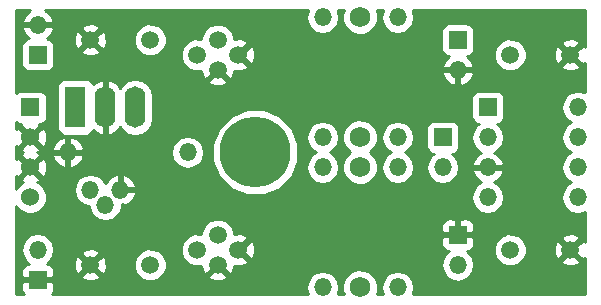
<source format=gbl>
G04 (created by PCBNEW (2013-07-07 BZR 4022)-stable) date 8/2/2014 11:42:44 PM*
%MOIN*%
G04 Gerber Fmt 3.4, Leading zero omitted, Abs format*
%FSLAX34Y34*%
G01*
G70*
G90*
G04 APERTURE LIST*
%ADD10C,0.00590551*%
%ADD11O,0.059X0.059*%
%ADD12R,0.069X0.138*%
%ADD13O,0.069X0.138*%
%ADD14R,0.06X0.06*%
%ADD15C,0.06*%
%ADD16C,0.059*%
%ADD17C,0.069*%
%ADD18R,0.059X0.059*%
%ADD19C,0.23622*%
%ADD20C,0.01*%
G04 APERTURE END LIST*
G54D10*
G54D11*
X68500Y-59750D03*
X68000Y-60250D03*
X67500Y-59750D03*
G54D12*
X67000Y-57000D03*
G54D13*
X68000Y-57000D03*
X69000Y-57000D03*
G54D11*
X70750Y-58500D03*
X66750Y-58500D03*
X77750Y-58000D03*
X77750Y-54000D03*
X75250Y-58000D03*
X75250Y-54000D03*
X77750Y-63000D03*
X77750Y-59000D03*
X75250Y-63000D03*
X75250Y-59000D03*
G54D14*
X65500Y-57000D03*
G54D15*
X65500Y-58000D03*
X65500Y-59000D03*
X65500Y-60000D03*
G54D16*
X71750Y-61257D03*
X72438Y-61750D03*
X71061Y-61750D03*
X71750Y-62242D03*
X71750Y-55742D03*
X71061Y-55250D03*
X72438Y-55250D03*
X71750Y-54757D03*
G54D17*
X76500Y-59000D03*
X76500Y-63000D03*
X76500Y-54000D03*
X76500Y-58000D03*
G54D18*
X65750Y-62750D03*
G54D11*
X65750Y-61750D03*
G54D18*
X79750Y-61250D03*
G54D11*
X79750Y-62250D03*
G54D18*
X79750Y-54750D03*
G54D11*
X79750Y-55750D03*
G54D18*
X79250Y-58000D03*
G54D11*
X79250Y-59000D03*
G54D18*
X65750Y-55250D03*
G54D11*
X65750Y-54250D03*
G54D18*
X80750Y-57000D03*
G54D11*
X80750Y-58000D03*
X80750Y-59000D03*
X80750Y-60000D03*
X83750Y-60000D03*
X83750Y-59000D03*
X83750Y-57000D03*
X83750Y-58000D03*
G54D16*
X67500Y-62250D03*
X69500Y-62250D03*
X83500Y-61750D03*
X81500Y-61750D03*
X69500Y-54750D03*
X67500Y-54750D03*
X81500Y-55250D03*
X83500Y-55250D03*
G54D19*
X73000Y-58500D03*
G54D10*
G36*
X83980Y-63230D02*
X83811Y-63230D01*
X83811Y-62132D01*
X83500Y-61820D01*
X83429Y-61891D01*
X83429Y-61750D01*
X83117Y-61438D01*
X83022Y-61465D01*
X82950Y-61669D01*
X82961Y-61885D01*
X83022Y-62034D01*
X83117Y-62061D01*
X83429Y-61750D01*
X83429Y-61891D01*
X83188Y-62132D01*
X83215Y-62227D01*
X83419Y-62299D01*
X83635Y-62288D01*
X83784Y-62227D01*
X83811Y-62132D01*
X83811Y-63230D01*
X82045Y-63230D01*
X82045Y-61642D01*
X82045Y-55142D01*
X81962Y-54941D01*
X81809Y-54788D01*
X81608Y-54705D01*
X81392Y-54704D01*
X81191Y-54787D01*
X81038Y-54940D01*
X80955Y-55141D01*
X80954Y-55357D01*
X81037Y-55558D01*
X81190Y-55711D01*
X81391Y-55794D01*
X81607Y-55795D01*
X81808Y-55712D01*
X81961Y-55559D01*
X82044Y-55358D01*
X82045Y-55142D01*
X82045Y-61642D01*
X81962Y-61441D01*
X81809Y-61288D01*
X81608Y-61205D01*
X81392Y-61204D01*
X81295Y-61244D01*
X81295Y-57245D01*
X81295Y-56655D01*
X81257Y-56563D01*
X81186Y-56493D01*
X81094Y-56455D01*
X80995Y-56454D01*
X80405Y-56454D01*
X80313Y-56492D01*
X80295Y-56511D01*
X80295Y-54995D01*
X80295Y-54405D01*
X80257Y-54313D01*
X80186Y-54243D01*
X80094Y-54205D01*
X79995Y-54204D01*
X79405Y-54204D01*
X79313Y-54242D01*
X79243Y-54313D01*
X79205Y-54405D01*
X79204Y-54504D01*
X79204Y-55094D01*
X79242Y-55186D01*
X79313Y-55256D01*
X79405Y-55294D01*
X79456Y-55295D01*
X79313Y-55423D01*
X79221Y-55615D01*
X79269Y-55700D01*
X79700Y-55700D01*
X79700Y-55692D01*
X79800Y-55692D01*
X79800Y-55700D01*
X80230Y-55700D01*
X80278Y-55615D01*
X80186Y-55423D01*
X80043Y-55295D01*
X80094Y-55295D01*
X80186Y-55257D01*
X80256Y-55186D01*
X80294Y-55094D01*
X80295Y-54995D01*
X80295Y-56511D01*
X80278Y-56528D01*
X80278Y-55884D01*
X80230Y-55800D01*
X79800Y-55800D01*
X79800Y-56229D01*
X79884Y-56278D01*
X80028Y-56218D01*
X80186Y-56076D01*
X80278Y-55884D01*
X80278Y-56528D01*
X80243Y-56563D01*
X80205Y-56655D01*
X80204Y-56754D01*
X80204Y-57344D01*
X80242Y-57436D01*
X80313Y-57506D01*
X80405Y-57544D01*
X80452Y-57544D01*
X80364Y-57603D01*
X80246Y-57780D01*
X80205Y-57989D01*
X80205Y-58010D01*
X80246Y-58219D01*
X80364Y-58396D01*
X80530Y-58507D01*
X80471Y-58531D01*
X80313Y-58673D01*
X80221Y-58865D01*
X80269Y-58950D01*
X80700Y-58950D01*
X80700Y-58942D01*
X80800Y-58942D01*
X80800Y-58950D01*
X81230Y-58950D01*
X81278Y-58865D01*
X81186Y-58673D01*
X81028Y-58531D01*
X80969Y-58507D01*
X81135Y-58396D01*
X81253Y-58219D01*
X81295Y-58010D01*
X81295Y-57989D01*
X81253Y-57780D01*
X81135Y-57603D01*
X81047Y-57545D01*
X81094Y-57545D01*
X81186Y-57507D01*
X81256Y-57436D01*
X81294Y-57344D01*
X81295Y-57245D01*
X81295Y-61244D01*
X81295Y-61245D01*
X81295Y-60010D01*
X81295Y-59989D01*
X81253Y-59780D01*
X81135Y-59603D01*
X80969Y-59492D01*
X81028Y-59468D01*
X81186Y-59326D01*
X81278Y-59134D01*
X81230Y-59050D01*
X80800Y-59050D01*
X80800Y-59057D01*
X80700Y-59057D01*
X80700Y-59050D01*
X80269Y-59050D01*
X80221Y-59134D01*
X80313Y-59326D01*
X80471Y-59468D01*
X80530Y-59492D01*
X80364Y-59603D01*
X80246Y-59780D01*
X80205Y-59989D01*
X80205Y-60010D01*
X80246Y-60219D01*
X80364Y-60396D01*
X80541Y-60514D01*
X80750Y-60555D01*
X80958Y-60514D01*
X81135Y-60396D01*
X81253Y-60219D01*
X81295Y-60010D01*
X81295Y-61245D01*
X81191Y-61287D01*
X81038Y-61440D01*
X80955Y-61641D01*
X80954Y-61857D01*
X81037Y-62058D01*
X81190Y-62211D01*
X81391Y-62294D01*
X81607Y-62295D01*
X81808Y-62212D01*
X81961Y-62059D01*
X82044Y-61858D01*
X82045Y-61642D01*
X82045Y-63230D01*
X80295Y-63230D01*
X80295Y-61594D01*
X80295Y-60905D01*
X80257Y-60813D01*
X80186Y-60743D01*
X80094Y-60705D01*
X79995Y-60704D01*
X79862Y-60705D01*
X79800Y-60767D01*
X79800Y-61200D01*
X80232Y-61200D01*
X80295Y-61137D01*
X80295Y-60905D01*
X80295Y-61594D01*
X80295Y-61362D01*
X80232Y-61300D01*
X79800Y-61300D01*
X79800Y-61307D01*
X79795Y-61307D01*
X79795Y-58245D01*
X79795Y-57655D01*
X79757Y-57563D01*
X79700Y-57506D01*
X79700Y-56229D01*
X79700Y-55800D01*
X79269Y-55800D01*
X79221Y-55884D01*
X79313Y-56076D01*
X79471Y-56218D01*
X79615Y-56278D01*
X79700Y-56229D01*
X79700Y-57506D01*
X79686Y-57493D01*
X79594Y-57455D01*
X79495Y-57454D01*
X78905Y-57454D01*
X78813Y-57492D01*
X78743Y-57563D01*
X78705Y-57655D01*
X78704Y-57754D01*
X78704Y-58344D01*
X78742Y-58436D01*
X78813Y-58506D01*
X78905Y-58544D01*
X78952Y-58544D01*
X78864Y-58603D01*
X78746Y-58780D01*
X78705Y-58989D01*
X78705Y-59010D01*
X78746Y-59219D01*
X78864Y-59396D01*
X79041Y-59514D01*
X79250Y-59555D01*
X79458Y-59514D01*
X79635Y-59396D01*
X79753Y-59219D01*
X79795Y-59010D01*
X79795Y-58989D01*
X79753Y-58780D01*
X79635Y-58603D01*
X79547Y-58545D01*
X79594Y-58545D01*
X79686Y-58507D01*
X79756Y-58436D01*
X79794Y-58344D01*
X79795Y-58245D01*
X79795Y-61307D01*
X79700Y-61307D01*
X79700Y-61300D01*
X79700Y-61200D01*
X79700Y-60767D01*
X79637Y-60705D01*
X79504Y-60704D01*
X79405Y-60705D01*
X79313Y-60743D01*
X79242Y-60813D01*
X79204Y-60905D01*
X79205Y-61137D01*
X79267Y-61200D01*
X79700Y-61200D01*
X79700Y-61300D01*
X79267Y-61300D01*
X79205Y-61362D01*
X79204Y-61594D01*
X79242Y-61686D01*
X79313Y-61756D01*
X79405Y-61794D01*
X79452Y-61794D01*
X79364Y-61853D01*
X79246Y-62030D01*
X79205Y-62239D01*
X79205Y-62260D01*
X79246Y-62469D01*
X79364Y-62646D01*
X79541Y-62764D01*
X79750Y-62805D01*
X79958Y-62764D01*
X80135Y-62646D01*
X80253Y-62469D01*
X80295Y-62260D01*
X80295Y-62239D01*
X80253Y-62030D01*
X80135Y-61853D01*
X80047Y-61794D01*
X80094Y-61794D01*
X80186Y-61756D01*
X80257Y-61686D01*
X80295Y-61594D01*
X80295Y-63230D01*
X78246Y-63230D01*
X78253Y-63219D01*
X78295Y-63010D01*
X78295Y-62989D01*
X78295Y-59010D01*
X78295Y-58989D01*
X78253Y-58780D01*
X78135Y-58603D01*
X77979Y-58500D01*
X78135Y-58396D01*
X78253Y-58219D01*
X78295Y-58010D01*
X78295Y-57989D01*
X78253Y-57780D01*
X78135Y-57603D01*
X77958Y-57485D01*
X77750Y-57444D01*
X77541Y-57485D01*
X77364Y-57603D01*
X77246Y-57780D01*
X77205Y-57989D01*
X77205Y-58010D01*
X77246Y-58219D01*
X77364Y-58396D01*
X77520Y-58500D01*
X77364Y-58603D01*
X77246Y-58780D01*
X77205Y-58989D01*
X77205Y-59010D01*
X77246Y-59219D01*
X77364Y-59396D01*
X77541Y-59514D01*
X77750Y-59555D01*
X77958Y-59514D01*
X78135Y-59396D01*
X78253Y-59219D01*
X78295Y-59010D01*
X78295Y-62989D01*
X78253Y-62780D01*
X78135Y-62603D01*
X77958Y-62485D01*
X77750Y-62444D01*
X77541Y-62485D01*
X77364Y-62603D01*
X77246Y-62780D01*
X77205Y-62989D01*
X77205Y-63010D01*
X77246Y-63219D01*
X77253Y-63230D01*
X77048Y-63230D01*
X77094Y-63118D01*
X77095Y-62882D01*
X77095Y-58882D01*
X77004Y-58663D01*
X76841Y-58499D01*
X77004Y-58337D01*
X77094Y-58118D01*
X77095Y-57882D01*
X77004Y-57663D01*
X76837Y-57495D01*
X76618Y-57405D01*
X76382Y-57404D01*
X76163Y-57495D01*
X75995Y-57662D01*
X75905Y-57881D01*
X75904Y-58117D01*
X75995Y-58336D01*
X76158Y-58500D01*
X75995Y-58662D01*
X75905Y-58881D01*
X75904Y-59117D01*
X75995Y-59336D01*
X76162Y-59504D01*
X76381Y-59594D01*
X76617Y-59595D01*
X76836Y-59504D01*
X77004Y-59337D01*
X77094Y-59118D01*
X77095Y-58882D01*
X77095Y-62882D01*
X77004Y-62663D01*
X76837Y-62495D01*
X76618Y-62405D01*
X76382Y-62404D01*
X76163Y-62495D01*
X75995Y-62662D01*
X75905Y-62881D01*
X75904Y-63117D01*
X75951Y-63230D01*
X75746Y-63230D01*
X75753Y-63219D01*
X75795Y-63010D01*
X75795Y-62989D01*
X75795Y-59010D01*
X75795Y-58989D01*
X75753Y-58780D01*
X75635Y-58603D01*
X75479Y-58500D01*
X75635Y-58396D01*
X75753Y-58219D01*
X75795Y-58010D01*
X75795Y-57989D01*
X75753Y-57780D01*
X75635Y-57603D01*
X75458Y-57485D01*
X75250Y-57444D01*
X75041Y-57485D01*
X74864Y-57603D01*
X74746Y-57780D01*
X74705Y-57989D01*
X74705Y-58010D01*
X74746Y-58219D01*
X74864Y-58396D01*
X75020Y-58500D01*
X74864Y-58603D01*
X74746Y-58780D01*
X74705Y-58989D01*
X74705Y-59010D01*
X74746Y-59219D01*
X74864Y-59396D01*
X75041Y-59514D01*
X75250Y-59555D01*
X75458Y-59514D01*
X75635Y-59396D01*
X75753Y-59219D01*
X75795Y-59010D01*
X75795Y-62989D01*
X75753Y-62780D01*
X75635Y-62603D01*
X75458Y-62485D01*
X75250Y-62444D01*
X75041Y-62485D01*
X74864Y-62603D01*
X74746Y-62780D01*
X74705Y-62989D01*
X74705Y-63010D01*
X74746Y-63219D01*
X74753Y-63230D01*
X74431Y-63230D01*
X74431Y-58216D01*
X74213Y-57690D01*
X73811Y-57287D01*
X73285Y-57069D01*
X72988Y-57068D01*
X72988Y-55330D01*
X72977Y-55114D01*
X72916Y-54965D01*
X72821Y-54938D01*
X72509Y-55250D01*
X72821Y-55561D01*
X72916Y-55534D01*
X72988Y-55330D01*
X72988Y-57068D01*
X72750Y-57068D01*
X72750Y-55632D01*
X72438Y-55320D01*
X72433Y-55326D01*
X72362Y-55255D01*
X72368Y-55250D01*
X72362Y-55244D01*
X72433Y-55173D01*
X72438Y-55179D01*
X72750Y-54867D01*
X72723Y-54772D01*
X72519Y-54700D01*
X72303Y-54711D01*
X72295Y-54714D01*
X72295Y-54649D01*
X72212Y-54449D01*
X72059Y-54296D01*
X71858Y-54212D01*
X71642Y-54212D01*
X71441Y-54295D01*
X71288Y-54448D01*
X71205Y-54648D01*
X71205Y-54719D01*
X71169Y-54705D01*
X70953Y-54704D01*
X70752Y-54787D01*
X70599Y-54940D01*
X70516Y-55141D01*
X70515Y-55357D01*
X70598Y-55558D01*
X70751Y-55711D01*
X70952Y-55794D01*
X71168Y-55795D01*
X71206Y-55779D01*
X71211Y-55878D01*
X71272Y-56026D01*
X71367Y-56053D01*
X71679Y-55742D01*
X71673Y-55736D01*
X71744Y-55665D01*
X71750Y-55671D01*
X71755Y-55665D01*
X71826Y-55736D01*
X71820Y-55742D01*
X72132Y-56053D01*
X72227Y-56026D01*
X72299Y-55822D01*
X72297Y-55778D01*
X72358Y-55799D01*
X72574Y-55788D01*
X72723Y-55727D01*
X72750Y-55632D01*
X72750Y-57068D01*
X72716Y-57068D01*
X72190Y-57286D01*
X72061Y-57414D01*
X72061Y-56124D01*
X71750Y-55812D01*
X71438Y-56124D01*
X71465Y-56219D01*
X71669Y-56291D01*
X71885Y-56280D01*
X72034Y-56219D01*
X72061Y-56124D01*
X72061Y-57414D01*
X71787Y-57688D01*
X71569Y-58214D01*
X71568Y-58783D01*
X71786Y-59309D01*
X72188Y-59712D01*
X72714Y-59930D01*
X73283Y-59931D01*
X73809Y-59713D01*
X74212Y-59311D01*
X74430Y-58785D01*
X74431Y-58216D01*
X74431Y-63230D01*
X72988Y-63230D01*
X72988Y-61830D01*
X72977Y-61614D01*
X72916Y-61465D01*
X72821Y-61438D01*
X72509Y-61750D01*
X72821Y-62061D01*
X72916Y-62034D01*
X72988Y-61830D01*
X72988Y-63230D01*
X72750Y-63230D01*
X72750Y-62132D01*
X72438Y-61820D01*
X72433Y-61826D01*
X72362Y-61755D01*
X72368Y-61750D01*
X72362Y-61744D01*
X72433Y-61673D01*
X72438Y-61679D01*
X72750Y-61367D01*
X72723Y-61272D01*
X72519Y-61200D01*
X72303Y-61211D01*
X72295Y-61214D01*
X72295Y-61149D01*
X72212Y-60949D01*
X72059Y-60796D01*
X71858Y-60712D01*
X71642Y-60712D01*
X71441Y-60795D01*
X71305Y-60931D01*
X71305Y-58500D01*
X71264Y-58291D01*
X71146Y-58114D01*
X70969Y-57996D01*
X70760Y-57955D01*
X70739Y-57955D01*
X70530Y-57996D01*
X70353Y-58114D01*
X70235Y-58291D01*
X70194Y-58500D01*
X70235Y-58708D01*
X70353Y-58885D01*
X70530Y-59003D01*
X70739Y-59045D01*
X70760Y-59045D01*
X70969Y-59003D01*
X71146Y-58885D01*
X71264Y-58708D01*
X71305Y-58500D01*
X71305Y-60931D01*
X71288Y-60948D01*
X71205Y-61148D01*
X71205Y-61219D01*
X71169Y-61205D01*
X70953Y-61204D01*
X70752Y-61287D01*
X70599Y-61440D01*
X70516Y-61641D01*
X70515Y-61857D01*
X70598Y-62058D01*
X70751Y-62211D01*
X70952Y-62294D01*
X71168Y-62295D01*
X71206Y-62279D01*
X71211Y-62378D01*
X71272Y-62526D01*
X71367Y-62553D01*
X71679Y-62242D01*
X71673Y-62236D01*
X71744Y-62165D01*
X71750Y-62171D01*
X71755Y-62165D01*
X71826Y-62236D01*
X71820Y-62242D01*
X72132Y-62553D01*
X72227Y-62526D01*
X72299Y-62322D01*
X72297Y-62278D01*
X72358Y-62299D01*
X72574Y-62288D01*
X72723Y-62227D01*
X72750Y-62132D01*
X72750Y-63230D01*
X72061Y-63230D01*
X72061Y-62624D01*
X71750Y-62312D01*
X71438Y-62624D01*
X71465Y-62719D01*
X71669Y-62791D01*
X71885Y-62780D01*
X72034Y-62719D01*
X72061Y-62624D01*
X72061Y-63230D01*
X70045Y-63230D01*
X70045Y-62142D01*
X70045Y-54642D01*
X69962Y-54441D01*
X69809Y-54288D01*
X69608Y-54205D01*
X69392Y-54204D01*
X69191Y-54287D01*
X69038Y-54440D01*
X68955Y-54641D01*
X68954Y-54857D01*
X69037Y-55058D01*
X69190Y-55211D01*
X69391Y-55294D01*
X69607Y-55295D01*
X69808Y-55212D01*
X69961Y-55059D01*
X70044Y-54858D01*
X70045Y-54642D01*
X70045Y-62142D01*
X69962Y-61941D01*
X69809Y-61788D01*
X69608Y-61705D01*
X69595Y-61705D01*
X69595Y-57363D01*
X69595Y-56636D01*
X69549Y-56408D01*
X69420Y-56215D01*
X69227Y-56086D01*
X69000Y-56041D01*
X68772Y-56086D01*
X68579Y-56215D01*
X68497Y-56338D01*
X68385Y-56198D01*
X68181Y-56086D01*
X68142Y-56077D01*
X68050Y-56124D01*
X68050Y-56950D01*
X68057Y-56950D01*
X68057Y-57050D01*
X68050Y-57050D01*
X68050Y-57875D01*
X68142Y-57922D01*
X68181Y-57913D01*
X68385Y-57801D01*
X68497Y-57661D01*
X68579Y-57784D01*
X68772Y-57913D01*
X69000Y-57958D01*
X69227Y-57913D01*
X69420Y-57784D01*
X69549Y-57591D01*
X69595Y-57363D01*
X69595Y-61705D01*
X69392Y-61704D01*
X69191Y-61787D01*
X69038Y-61940D01*
X69028Y-61965D01*
X69028Y-59884D01*
X69028Y-59615D01*
X68968Y-59471D01*
X68826Y-59313D01*
X68634Y-59221D01*
X68550Y-59269D01*
X68550Y-59700D01*
X68979Y-59700D01*
X69028Y-59615D01*
X69028Y-59884D01*
X68979Y-59800D01*
X68550Y-59800D01*
X68550Y-59807D01*
X68450Y-59807D01*
X68450Y-59800D01*
X68442Y-59800D01*
X68442Y-59700D01*
X68450Y-59700D01*
X68450Y-59269D01*
X68365Y-59221D01*
X68173Y-59313D01*
X68049Y-59451D01*
X68049Y-54830D01*
X68038Y-54614D01*
X67977Y-54465D01*
X67882Y-54438D01*
X67811Y-54509D01*
X67811Y-54367D01*
X67784Y-54272D01*
X67580Y-54200D01*
X67364Y-54211D01*
X67215Y-54272D01*
X67188Y-54367D01*
X67500Y-54679D01*
X67811Y-54367D01*
X67811Y-54509D01*
X67570Y-54750D01*
X67882Y-55061D01*
X67977Y-55034D01*
X68049Y-54830D01*
X68049Y-59451D01*
X68031Y-59471D01*
X68007Y-59530D01*
X67950Y-59445D01*
X67950Y-57875D01*
X67950Y-57050D01*
X67942Y-57050D01*
X67942Y-56950D01*
X67950Y-56950D01*
X67950Y-56124D01*
X67857Y-56077D01*
X67818Y-56086D01*
X67811Y-56089D01*
X67811Y-55132D01*
X67500Y-54820D01*
X67429Y-54891D01*
X67429Y-54750D01*
X67117Y-54438D01*
X67022Y-54465D01*
X66950Y-54669D01*
X66961Y-54885D01*
X67022Y-55034D01*
X67117Y-55061D01*
X67429Y-54750D01*
X67429Y-54891D01*
X67188Y-55132D01*
X67215Y-55227D01*
X67419Y-55299D01*
X67635Y-55288D01*
X67784Y-55227D01*
X67811Y-55132D01*
X67811Y-56089D01*
X67614Y-56198D01*
X67584Y-56236D01*
X67557Y-56168D01*
X67486Y-56098D01*
X67394Y-56060D01*
X67295Y-56059D01*
X66605Y-56059D01*
X66513Y-56097D01*
X66443Y-56168D01*
X66405Y-56260D01*
X66404Y-56359D01*
X66404Y-57739D01*
X66442Y-57831D01*
X66513Y-57901D01*
X66605Y-57939D01*
X66704Y-57940D01*
X67394Y-57940D01*
X67486Y-57902D01*
X67556Y-57831D01*
X67585Y-57763D01*
X67614Y-57801D01*
X67818Y-57913D01*
X67857Y-57922D01*
X67950Y-57875D01*
X67950Y-59445D01*
X67896Y-59364D01*
X67719Y-59246D01*
X67510Y-59205D01*
X67489Y-59205D01*
X67280Y-59246D01*
X67278Y-59248D01*
X67278Y-58634D01*
X67278Y-58365D01*
X67218Y-58221D01*
X67076Y-58063D01*
X66884Y-57971D01*
X66800Y-58019D01*
X66800Y-58450D01*
X67229Y-58450D01*
X67278Y-58365D01*
X67278Y-58634D01*
X67229Y-58550D01*
X66800Y-58550D01*
X66800Y-58980D01*
X66884Y-59028D01*
X67076Y-58936D01*
X67218Y-58778D01*
X67278Y-58634D01*
X67278Y-59248D01*
X67103Y-59364D01*
X66985Y-59541D01*
X66944Y-59750D01*
X66985Y-59958D01*
X67103Y-60135D01*
X67280Y-60253D01*
X67451Y-60287D01*
X67485Y-60458D01*
X67603Y-60635D01*
X67780Y-60753D01*
X67989Y-60795D01*
X68010Y-60795D01*
X68219Y-60753D01*
X68396Y-60635D01*
X68514Y-60458D01*
X68546Y-60295D01*
X68550Y-60295D01*
X68550Y-60278D01*
X68555Y-60250D01*
X68551Y-60231D01*
X68634Y-60278D01*
X68826Y-60186D01*
X68968Y-60028D01*
X69028Y-59884D01*
X69028Y-61965D01*
X68955Y-62141D01*
X68954Y-62357D01*
X69037Y-62558D01*
X69190Y-62711D01*
X69391Y-62794D01*
X69607Y-62795D01*
X69808Y-62712D01*
X69961Y-62559D01*
X70044Y-62358D01*
X70045Y-62142D01*
X70045Y-63230D01*
X68049Y-63230D01*
X68049Y-62330D01*
X68038Y-62114D01*
X67977Y-61965D01*
X67882Y-61938D01*
X67811Y-62009D01*
X67811Y-61867D01*
X67784Y-61772D01*
X67580Y-61700D01*
X67364Y-61711D01*
X67215Y-61772D01*
X67188Y-61867D01*
X67500Y-62179D01*
X67811Y-61867D01*
X67811Y-62009D01*
X67570Y-62250D01*
X67882Y-62561D01*
X67977Y-62534D01*
X68049Y-62330D01*
X68049Y-63230D01*
X67811Y-63230D01*
X67811Y-62632D01*
X67500Y-62320D01*
X67429Y-62391D01*
X67429Y-62250D01*
X67117Y-61938D01*
X67022Y-61965D01*
X66950Y-62169D01*
X66961Y-62385D01*
X67022Y-62534D01*
X67117Y-62561D01*
X67429Y-62250D01*
X67429Y-62391D01*
X67188Y-62632D01*
X67215Y-62727D01*
X67419Y-62799D01*
X67635Y-62788D01*
X67784Y-62727D01*
X67811Y-62632D01*
X67811Y-63230D01*
X66700Y-63230D01*
X66700Y-58980D01*
X66700Y-58550D01*
X66700Y-58450D01*
X66700Y-58019D01*
X66615Y-57971D01*
X66423Y-58063D01*
X66295Y-58206D01*
X66295Y-55495D01*
X66295Y-54905D01*
X66257Y-54813D01*
X66186Y-54743D01*
X66094Y-54705D01*
X66043Y-54704D01*
X66186Y-54576D01*
X66278Y-54384D01*
X66230Y-54300D01*
X65800Y-54300D01*
X65800Y-54307D01*
X65700Y-54307D01*
X65700Y-54300D01*
X65269Y-54300D01*
X65221Y-54384D01*
X65313Y-54576D01*
X65456Y-54704D01*
X65405Y-54704D01*
X65313Y-54742D01*
X65243Y-54813D01*
X65205Y-54905D01*
X65204Y-55004D01*
X65204Y-55594D01*
X65242Y-55686D01*
X65313Y-55756D01*
X65405Y-55794D01*
X65504Y-55795D01*
X66094Y-55795D01*
X66186Y-55757D01*
X66256Y-55686D01*
X66294Y-55594D01*
X66295Y-55495D01*
X66295Y-58206D01*
X66281Y-58221D01*
X66221Y-58365D01*
X66270Y-58450D01*
X66700Y-58450D01*
X66700Y-58550D01*
X66270Y-58550D01*
X66221Y-58634D01*
X66281Y-58778D01*
X66423Y-58936D01*
X66615Y-59028D01*
X66700Y-58980D01*
X66700Y-63230D01*
X66213Y-63230D01*
X66257Y-63186D01*
X66295Y-63094D01*
X66295Y-62405D01*
X66257Y-62313D01*
X66186Y-62243D01*
X66094Y-62205D01*
X66047Y-62205D01*
X66135Y-62146D01*
X66253Y-61969D01*
X66295Y-61760D01*
X66295Y-61739D01*
X66253Y-61530D01*
X66135Y-61353D01*
X66054Y-61300D01*
X66054Y-59081D01*
X66054Y-58081D01*
X66043Y-57863D01*
X65981Y-57712D01*
X65885Y-57684D01*
X65570Y-58000D01*
X65885Y-58315D01*
X65981Y-58287D01*
X66054Y-58081D01*
X66054Y-59081D01*
X66043Y-58863D01*
X65981Y-58712D01*
X65885Y-58684D01*
X65815Y-58755D01*
X65815Y-58614D01*
X65787Y-58518D01*
X65739Y-58501D01*
X65787Y-58481D01*
X65815Y-58385D01*
X65500Y-58070D01*
X65184Y-58385D01*
X65212Y-58481D01*
X65260Y-58498D01*
X65212Y-58518D01*
X65184Y-58614D01*
X65500Y-58929D01*
X65815Y-58614D01*
X65815Y-58755D01*
X65570Y-59000D01*
X65885Y-59315D01*
X65981Y-59287D01*
X66054Y-59081D01*
X66054Y-61300D01*
X65958Y-61235D01*
X65750Y-61194D01*
X65541Y-61235D01*
X65364Y-61353D01*
X65246Y-61530D01*
X65205Y-61739D01*
X65205Y-61760D01*
X65246Y-61969D01*
X65364Y-62146D01*
X65452Y-62205D01*
X65405Y-62205D01*
X65313Y-62243D01*
X65242Y-62313D01*
X65204Y-62405D01*
X65205Y-62637D01*
X65267Y-62700D01*
X65700Y-62700D01*
X65700Y-62692D01*
X65800Y-62692D01*
X65800Y-62700D01*
X66232Y-62700D01*
X66295Y-62637D01*
X66295Y-62405D01*
X66295Y-63094D01*
X66295Y-62862D01*
X66232Y-62800D01*
X65800Y-62800D01*
X65800Y-62807D01*
X65700Y-62807D01*
X65700Y-62800D01*
X65267Y-62800D01*
X65205Y-62862D01*
X65204Y-63094D01*
X65242Y-63186D01*
X65286Y-63230D01*
X65019Y-63230D01*
X65019Y-60277D01*
X65033Y-60311D01*
X65188Y-60465D01*
X65390Y-60549D01*
X65608Y-60550D01*
X65811Y-60466D01*
X65965Y-60311D01*
X66049Y-60109D01*
X66050Y-59891D01*
X65966Y-59688D01*
X65811Y-59534D01*
X65736Y-59502D01*
X65787Y-59481D01*
X65815Y-59385D01*
X65500Y-59070D01*
X65184Y-59385D01*
X65212Y-59481D01*
X65267Y-59500D01*
X65188Y-59533D01*
X65034Y-59688D01*
X65019Y-59722D01*
X65019Y-59288D01*
X65114Y-59315D01*
X65429Y-59000D01*
X65114Y-58684D01*
X65019Y-58711D01*
X65019Y-58288D01*
X65114Y-58315D01*
X65429Y-58000D01*
X65114Y-57684D01*
X65019Y-57711D01*
X65019Y-57473D01*
X65058Y-57511D01*
X65150Y-57549D01*
X65203Y-57550D01*
X65184Y-57614D01*
X65500Y-57929D01*
X65815Y-57614D01*
X65796Y-57550D01*
X65849Y-57550D01*
X65941Y-57512D01*
X66011Y-57441D01*
X66049Y-57349D01*
X66050Y-57250D01*
X66050Y-56650D01*
X66012Y-56558D01*
X65941Y-56488D01*
X65849Y-56450D01*
X65750Y-56449D01*
X65150Y-56449D01*
X65058Y-56487D01*
X65019Y-56526D01*
X65019Y-53769D01*
X65500Y-53769D01*
X65471Y-53781D01*
X65313Y-53923D01*
X65221Y-54115D01*
X65269Y-54200D01*
X65700Y-54200D01*
X65700Y-54192D01*
X65800Y-54192D01*
X65800Y-54200D01*
X66230Y-54200D01*
X66278Y-54115D01*
X66186Y-53923D01*
X66028Y-53781D01*
X65999Y-53769D01*
X74753Y-53769D01*
X74746Y-53780D01*
X74705Y-53989D01*
X74705Y-54010D01*
X74746Y-54219D01*
X74864Y-54396D01*
X75041Y-54514D01*
X75250Y-54555D01*
X75458Y-54514D01*
X75635Y-54396D01*
X75753Y-54219D01*
X75795Y-54010D01*
X75795Y-53989D01*
X75753Y-53780D01*
X75746Y-53769D01*
X75951Y-53769D01*
X75905Y-53881D01*
X75904Y-54117D01*
X75995Y-54336D01*
X76162Y-54504D01*
X76381Y-54594D01*
X76617Y-54595D01*
X76836Y-54504D01*
X77004Y-54337D01*
X77094Y-54118D01*
X77095Y-53882D01*
X77048Y-53769D01*
X77253Y-53769D01*
X77246Y-53780D01*
X77205Y-53989D01*
X77205Y-54010D01*
X77246Y-54219D01*
X77364Y-54396D01*
X77541Y-54514D01*
X77750Y-54555D01*
X77958Y-54514D01*
X78135Y-54396D01*
X78253Y-54219D01*
X78295Y-54010D01*
X78295Y-53989D01*
X78253Y-53780D01*
X78246Y-53769D01*
X83980Y-53769D01*
X83980Y-54972D01*
X83977Y-54965D01*
X83882Y-54938D01*
X83811Y-55009D01*
X83811Y-54867D01*
X83784Y-54772D01*
X83580Y-54700D01*
X83364Y-54711D01*
X83215Y-54772D01*
X83188Y-54867D01*
X83500Y-55179D01*
X83811Y-54867D01*
X83811Y-55009D01*
X83570Y-55250D01*
X83882Y-55561D01*
X83977Y-55534D01*
X83980Y-55525D01*
X83980Y-56500D01*
X83958Y-56485D01*
X83811Y-56456D01*
X83811Y-55632D01*
X83500Y-55320D01*
X83429Y-55391D01*
X83429Y-55250D01*
X83117Y-54938D01*
X83022Y-54965D01*
X82950Y-55169D01*
X82961Y-55385D01*
X83022Y-55534D01*
X83117Y-55561D01*
X83429Y-55250D01*
X83429Y-55391D01*
X83188Y-55632D01*
X83215Y-55727D01*
X83419Y-55799D01*
X83635Y-55788D01*
X83784Y-55727D01*
X83811Y-55632D01*
X83811Y-56456D01*
X83750Y-56444D01*
X83541Y-56485D01*
X83364Y-56603D01*
X83246Y-56780D01*
X83205Y-56989D01*
X83205Y-57010D01*
X83246Y-57219D01*
X83364Y-57396D01*
X83520Y-57500D01*
X83364Y-57603D01*
X83246Y-57780D01*
X83205Y-57989D01*
X83205Y-58010D01*
X83246Y-58219D01*
X83364Y-58396D01*
X83520Y-58500D01*
X83364Y-58603D01*
X83246Y-58780D01*
X83205Y-58989D01*
X83205Y-59010D01*
X83246Y-59219D01*
X83364Y-59396D01*
X83520Y-59500D01*
X83364Y-59603D01*
X83246Y-59780D01*
X83205Y-59989D01*
X83205Y-60010D01*
X83246Y-60219D01*
X83364Y-60396D01*
X83541Y-60514D01*
X83750Y-60555D01*
X83958Y-60514D01*
X83980Y-60499D01*
X83980Y-61472D01*
X83977Y-61465D01*
X83882Y-61438D01*
X83811Y-61509D01*
X83811Y-61367D01*
X83784Y-61272D01*
X83580Y-61200D01*
X83364Y-61211D01*
X83215Y-61272D01*
X83188Y-61367D01*
X83500Y-61679D01*
X83811Y-61367D01*
X83811Y-61509D01*
X83570Y-61750D01*
X83882Y-62061D01*
X83977Y-62034D01*
X83980Y-62025D01*
X83980Y-63230D01*
X83980Y-63230D01*
G37*
G54D20*
X83980Y-63230D02*
X83811Y-63230D01*
X83811Y-62132D01*
X83500Y-61820D01*
X83429Y-61891D01*
X83429Y-61750D01*
X83117Y-61438D01*
X83022Y-61465D01*
X82950Y-61669D01*
X82961Y-61885D01*
X83022Y-62034D01*
X83117Y-62061D01*
X83429Y-61750D01*
X83429Y-61891D01*
X83188Y-62132D01*
X83215Y-62227D01*
X83419Y-62299D01*
X83635Y-62288D01*
X83784Y-62227D01*
X83811Y-62132D01*
X83811Y-63230D01*
X82045Y-63230D01*
X82045Y-61642D01*
X82045Y-55142D01*
X81962Y-54941D01*
X81809Y-54788D01*
X81608Y-54705D01*
X81392Y-54704D01*
X81191Y-54787D01*
X81038Y-54940D01*
X80955Y-55141D01*
X80954Y-55357D01*
X81037Y-55558D01*
X81190Y-55711D01*
X81391Y-55794D01*
X81607Y-55795D01*
X81808Y-55712D01*
X81961Y-55559D01*
X82044Y-55358D01*
X82045Y-55142D01*
X82045Y-61642D01*
X81962Y-61441D01*
X81809Y-61288D01*
X81608Y-61205D01*
X81392Y-61204D01*
X81295Y-61244D01*
X81295Y-57245D01*
X81295Y-56655D01*
X81257Y-56563D01*
X81186Y-56493D01*
X81094Y-56455D01*
X80995Y-56454D01*
X80405Y-56454D01*
X80313Y-56492D01*
X80295Y-56511D01*
X80295Y-54995D01*
X80295Y-54405D01*
X80257Y-54313D01*
X80186Y-54243D01*
X80094Y-54205D01*
X79995Y-54204D01*
X79405Y-54204D01*
X79313Y-54242D01*
X79243Y-54313D01*
X79205Y-54405D01*
X79204Y-54504D01*
X79204Y-55094D01*
X79242Y-55186D01*
X79313Y-55256D01*
X79405Y-55294D01*
X79456Y-55295D01*
X79313Y-55423D01*
X79221Y-55615D01*
X79269Y-55700D01*
X79700Y-55700D01*
X79700Y-55692D01*
X79800Y-55692D01*
X79800Y-55700D01*
X80230Y-55700D01*
X80278Y-55615D01*
X80186Y-55423D01*
X80043Y-55295D01*
X80094Y-55295D01*
X80186Y-55257D01*
X80256Y-55186D01*
X80294Y-55094D01*
X80295Y-54995D01*
X80295Y-56511D01*
X80278Y-56528D01*
X80278Y-55884D01*
X80230Y-55800D01*
X79800Y-55800D01*
X79800Y-56229D01*
X79884Y-56278D01*
X80028Y-56218D01*
X80186Y-56076D01*
X80278Y-55884D01*
X80278Y-56528D01*
X80243Y-56563D01*
X80205Y-56655D01*
X80204Y-56754D01*
X80204Y-57344D01*
X80242Y-57436D01*
X80313Y-57506D01*
X80405Y-57544D01*
X80452Y-57544D01*
X80364Y-57603D01*
X80246Y-57780D01*
X80205Y-57989D01*
X80205Y-58010D01*
X80246Y-58219D01*
X80364Y-58396D01*
X80530Y-58507D01*
X80471Y-58531D01*
X80313Y-58673D01*
X80221Y-58865D01*
X80269Y-58950D01*
X80700Y-58950D01*
X80700Y-58942D01*
X80800Y-58942D01*
X80800Y-58950D01*
X81230Y-58950D01*
X81278Y-58865D01*
X81186Y-58673D01*
X81028Y-58531D01*
X80969Y-58507D01*
X81135Y-58396D01*
X81253Y-58219D01*
X81295Y-58010D01*
X81295Y-57989D01*
X81253Y-57780D01*
X81135Y-57603D01*
X81047Y-57545D01*
X81094Y-57545D01*
X81186Y-57507D01*
X81256Y-57436D01*
X81294Y-57344D01*
X81295Y-57245D01*
X81295Y-61244D01*
X81295Y-61245D01*
X81295Y-60010D01*
X81295Y-59989D01*
X81253Y-59780D01*
X81135Y-59603D01*
X80969Y-59492D01*
X81028Y-59468D01*
X81186Y-59326D01*
X81278Y-59134D01*
X81230Y-59050D01*
X80800Y-59050D01*
X80800Y-59057D01*
X80700Y-59057D01*
X80700Y-59050D01*
X80269Y-59050D01*
X80221Y-59134D01*
X80313Y-59326D01*
X80471Y-59468D01*
X80530Y-59492D01*
X80364Y-59603D01*
X80246Y-59780D01*
X80205Y-59989D01*
X80205Y-60010D01*
X80246Y-60219D01*
X80364Y-60396D01*
X80541Y-60514D01*
X80750Y-60555D01*
X80958Y-60514D01*
X81135Y-60396D01*
X81253Y-60219D01*
X81295Y-60010D01*
X81295Y-61245D01*
X81191Y-61287D01*
X81038Y-61440D01*
X80955Y-61641D01*
X80954Y-61857D01*
X81037Y-62058D01*
X81190Y-62211D01*
X81391Y-62294D01*
X81607Y-62295D01*
X81808Y-62212D01*
X81961Y-62059D01*
X82044Y-61858D01*
X82045Y-61642D01*
X82045Y-63230D01*
X80295Y-63230D01*
X80295Y-61594D01*
X80295Y-60905D01*
X80257Y-60813D01*
X80186Y-60743D01*
X80094Y-60705D01*
X79995Y-60704D01*
X79862Y-60705D01*
X79800Y-60767D01*
X79800Y-61200D01*
X80232Y-61200D01*
X80295Y-61137D01*
X80295Y-60905D01*
X80295Y-61594D01*
X80295Y-61362D01*
X80232Y-61300D01*
X79800Y-61300D01*
X79800Y-61307D01*
X79795Y-61307D01*
X79795Y-58245D01*
X79795Y-57655D01*
X79757Y-57563D01*
X79700Y-57506D01*
X79700Y-56229D01*
X79700Y-55800D01*
X79269Y-55800D01*
X79221Y-55884D01*
X79313Y-56076D01*
X79471Y-56218D01*
X79615Y-56278D01*
X79700Y-56229D01*
X79700Y-57506D01*
X79686Y-57493D01*
X79594Y-57455D01*
X79495Y-57454D01*
X78905Y-57454D01*
X78813Y-57492D01*
X78743Y-57563D01*
X78705Y-57655D01*
X78704Y-57754D01*
X78704Y-58344D01*
X78742Y-58436D01*
X78813Y-58506D01*
X78905Y-58544D01*
X78952Y-58544D01*
X78864Y-58603D01*
X78746Y-58780D01*
X78705Y-58989D01*
X78705Y-59010D01*
X78746Y-59219D01*
X78864Y-59396D01*
X79041Y-59514D01*
X79250Y-59555D01*
X79458Y-59514D01*
X79635Y-59396D01*
X79753Y-59219D01*
X79795Y-59010D01*
X79795Y-58989D01*
X79753Y-58780D01*
X79635Y-58603D01*
X79547Y-58545D01*
X79594Y-58545D01*
X79686Y-58507D01*
X79756Y-58436D01*
X79794Y-58344D01*
X79795Y-58245D01*
X79795Y-61307D01*
X79700Y-61307D01*
X79700Y-61300D01*
X79700Y-61200D01*
X79700Y-60767D01*
X79637Y-60705D01*
X79504Y-60704D01*
X79405Y-60705D01*
X79313Y-60743D01*
X79242Y-60813D01*
X79204Y-60905D01*
X79205Y-61137D01*
X79267Y-61200D01*
X79700Y-61200D01*
X79700Y-61300D01*
X79267Y-61300D01*
X79205Y-61362D01*
X79204Y-61594D01*
X79242Y-61686D01*
X79313Y-61756D01*
X79405Y-61794D01*
X79452Y-61794D01*
X79364Y-61853D01*
X79246Y-62030D01*
X79205Y-62239D01*
X79205Y-62260D01*
X79246Y-62469D01*
X79364Y-62646D01*
X79541Y-62764D01*
X79750Y-62805D01*
X79958Y-62764D01*
X80135Y-62646D01*
X80253Y-62469D01*
X80295Y-62260D01*
X80295Y-62239D01*
X80253Y-62030D01*
X80135Y-61853D01*
X80047Y-61794D01*
X80094Y-61794D01*
X80186Y-61756D01*
X80257Y-61686D01*
X80295Y-61594D01*
X80295Y-63230D01*
X78246Y-63230D01*
X78253Y-63219D01*
X78295Y-63010D01*
X78295Y-62989D01*
X78295Y-59010D01*
X78295Y-58989D01*
X78253Y-58780D01*
X78135Y-58603D01*
X77979Y-58500D01*
X78135Y-58396D01*
X78253Y-58219D01*
X78295Y-58010D01*
X78295Y-57989D01*
X78253Y-57780D01*
X78135Y-57603D01*
X77958Y-57485D01*
X77750Y-57444D01*
X77541Y-57485D01*
X77364Y-57603D01*
X77246Y-57780D01*
X77205Y-57989D01*
X77205Y-58010D01*
X77246Y-58219D01*
X77364Y-58396D01*
X77520Y-58500D01*
X77364Y-58603D01*
X77246Y-58780D01*
X77205Y-58989D01*
X77205Y-59010D01*
X77246Y-59219D01*
X77364Y-59396D01*
X77541Y-59514D01*
X77750Y-59555D01*
X77958Y-59514D01*
X78135Y-59396D01*
X78253Y-59219D01*
X78295Y-59010D01*
X78295Y-62989D01*
X78253Y-62780D01*
X78135Y-62603D01*
X77958Y-62485D01*
X77750Y-62444D01*
X77541Y-62485D01*
X77364Y-62603D01*
X77246Y-62780D01*
X77205Y-62989D01*
X77205Y-63010D01*
X77246Y-63219D01*
X77253Y-63230D01*
X77048Y-63230D01*
X77094Y-63118D01*
X77095Y-62882D01*
X77095Y-58882D01*
X77004Y-58663D01*
X76841Y-58499D01*
X77004Y-58337D01*
X77094Y-58118D01*
X77095Y-57882D01*
X77004Y-57663D01*
X76837Y-57495D01*
X76618Y-57405D01*
X76382Y-57404D01*
X76163Y-57495D01*
X75995Y-57662D01*
X75905Y-57881D01*
X75904Y-58117D01*
X75995Y-58336D01*
X76158Y-58500D01*
X75995Y-58662D01*
X75905Y-58881D01*
X75904Y-59117D01*
X75995Y-59336D01*
X76162Y-59504D01*
X76381Y-59594D01*
X76617Y-59595D01*
X76836Y-59504D01*
X77004Y-59337D01*
X77094Y-59118D01*
X77095Y-58882D01*
X77095Y-62882D01*
X77004Y-62663D01*
X76837Y-62495D01*
X76618Y-62405D01*
X76382Y-62404D01*
X76163Y-62495D01*
X75995Y-62662D01*
X75905Y-62881D01*
X75904Y-63117D01*
X75951Y-63230D01*
X75746Y-63230D01*
X75753Y-63219D01*
X75795Y-63010D01*
X75795Y-62989D01*
X75795Y-59010D01*
X75795Y-58989D01*
X75753Y-58780D01*
X75635Y-58603D01*
X75479Y-58500D01*
X75635Y-58396D01*
X75753Y-58219D01*
X75795Y-58010D01*
X75795Y-57989D01*
X75753Y-57780D01*
X75635Y-57603D01*
X75458Y-57485D01*
X75250Y-57444D01*
X75041Y-57485D01*
X74864Y-57603D01*
X74746Y-57780D01*
X74705Y-57989D01*
X74705Y-58010D01*
X74746Y-58219D01*
X74864Y-58396D01*
X75020Y-58500D01*
X74864Y-58603D01*
X74746Y-58780D01*
X74705Y-58989D01*
X74705Y-59010D01*
X74746Y-59219D01*
X74864Y-59396D01*
X75041Y-59514D01*
X75250Y-59555D01*
X75458Y-59514D01*
X75635Y-59396D01*
X75753Y-59219D01*
X75795Y-59010D01*
X75795Y-62989D01*
X75753Y-62780D01*
X75635Y-62603D01*
X75458Y-62485D01*
X75250Y-62444D01*
X75041Y-62485D01*
X74864Y-62603D01*
X74746Y-62780D01*
X74705Y-62989D01*
X74705Y-63010D01*
X74746Y-63219D01*
X74753Y-63230D01*
X74431Y-63230D01*
X74431Y-58216D01*
X74213Y-57690D01*
X73811Y-57287D01*
X73285Y-57069D01*
X72988Y-57068D01*
X72988Y-55330D01*
X72977Y-55114D01*
X72916Y-54965D01*
X72821Y-54938D01*
X72509Y-55250D01*
X72821Y-55561D01*
X72916Y-55534D01*
X72988Y-55330D01*
X72988Y-57068D01*
X72750Y-57068D01*
X72750Y-55632D01*
X72438Y-55320D01*
X72433Y-55326D01*
X72362Y-55255D01*
X72368Y-55250D01*
X72362Y-55244D01*
X72433Y-55173D01*
X72438Y-55179D01*
X72750Y-54867D01*
X72723Y-54772D01*
X72519Y-54700D01*
X72303Y-54711D01*
X72295Y-54714D01*
X72295Y-54649D01*
X72212Y-54449D01*
X72059Y-54296D01*
X71858Y-54212D01*
X71642Y-54212D01*
X71441Y-54295D01*
X71288Y-54448D01*
X71205Y-54648D01*
X71205Y-54719D01*
X71169Y-54705D01*
X70953Y-54704D01*
X70752Y-54787D01*
X70599Y-54940D01*
X70516Y-55141D01*
X70515Y-55357D01*
X70598Y-55558D01*
X70751Y-55711D01*
X70952Y-55794D01*
X71168Y-55795D01*
X71206Y-55779D01*
X71211Y-55878D01*
X71272Y-56026D01*
X71367Y-56053D01*
X71679Y-55742D01*
X71673Y-55736D01*
X71744Y-55665D01*
X71750Y-55671D01*
X71755Y-55665D01*
X71826Y-55736D01*
X71820Y-55742D01*
X72132Y-56053D01*
X72227Y-56026D01*
X72299Y-55822D01*
X72297Y-55778D01*
X72358Y-55799D01*
X72574Y-55788D01*
X72723Y-55727D01*
X72750Y-55632D01*
X72750Y-57068D01*
X72716Y-57068D01*
X72190Y-57286D01*
X72061Y-57414D01*
X72061Y-56124D01*
X71750Y-55812D01*
X71438Y-56124D01*
X71465Y-56219D01*
X71669Y-56291D01*
X71885Y-56280D01*
X72034Y-56219D01*
X72061Y-56124D01*
X72061Y-57414D01*
X71787Y-57688D01*
X71569Y-58214D01*
X71568Y-58783D01*
X71786Y-59309D01*
X72188Y-59712D01*
X72714Y-59930D01*
X73283Y-59931D01*
X73809Y-59713D01*
X74212Y-59311D01*
X74430Y-58785D01*
X74431Y-58216D01*
X74431Y-63230D01*
X72988Y-63230D01*
X72988Y-61830D01*
X72977Y-61614D01*
X72916Y-61465D01*
X72821Y-61438D01*
X72509Y-61750D01*
X72821Y-62061D01*
X72916Y-62034D01*
X72988Y-61830D01*
X72988Y-63230D01*
X72750Y-63230D01*
X72750Y-62132D01*
X72438Y-61820D01*
X72433Y-61826D01*
X72362Y-61755D01*
X72368Y-61750D01*
X72362Y-61744D01*
X72433Y-61673D01*
X72438Y-61679D01*
X72750Y-61367D01*
X72723Y-61272D01*
X72519Y-61200D01*
X72303Y-61211D01*
X72295Y-61214D01*
X72295Y-61149D01*
X72212Y-60949D01*
X72059Y-60796D01*
X71858Y-60712D01*
X71642Y-60712D01*
X71441Y-60795D01*
X71305Y-60931D01*
X71305Y-58500D01*
X71264Y-58291D01*
X71146Y-58114D01*
X70969Y-57996D01*
X70760Y-57955D01*
X70739Y-57955D01*
X70530Y-57996D01*
X70353Y-58114D01*
X70235Y-58291D01*
X70194Y-58500D01*
X70235Y-58708D01*
X70353Y-58885D01*
X70530Y-59003D01*
X70739Y-59045D01*
X70760Y-59045D01*
X70969Y-59003D01*
X71146Y-58885D01*
X71264Y-58708D01*
X71305Y-58500D01*
X71305Y-60931D01*
X71288Y-60948D01*
X71205Y-61148D01*
X71205Y-61219D01*
X71169Y-61205D01*
X70953Y-61204D01*
X70752Y-61287D01*
X70599Y-61440D01*
X70516Y-61641D01*
X70515Y-61857D01*
X70598Y-62058D01*
X70751Y-62211D01*
X70952Y-62294D01*
X71168Y-62295D01*
X71206Y-62279D01*
X71211Y-62378D01*
X71272Y-62526D01*
X71367Y-62553D01*
X71679Y-62242D01*
X71673Y-62236D01*
X71744Y-62165D01*
X71750Y-62171D01*
X71755Y-62165D01*
X71826Y-62236D01*
X71820Y-62242D01*
X72132Y-62553D01*
X72227Y-62526D01*
X72299Y-62322D01*
X72297Y-62278D01*
X72358Y-62299D01*
X72574Y-62288D01*
X72723Y-62227D01*
X72750Y-62132D01*
X72750Y-63230D01*
X72061Y-63230D01*
X72061Y-62624D01*
X71750Y-62312D01*
X71438Y-62624D01*
X71465Y-62719D01*
X71669Y-62791D01*
X71885Y-62780D01*
X72034Y-62719D01*
X72061Y-62624D01*
X72061Y-63230D01*
X70045Y-63230D01*
X70045Y-62142D01*
X70045Y-54642D01*
X69962Y-54441D01*
X69809Y-54288D01*
X69608Y-54205D01*
X69392Y-54204D01*
X69191Y-54287D01*
X69038Y-54440D01*
X68955Y-54641D01*
X68954Y-54857D01*
X69037Y-55058D01*
X69190Y-55211D01*
X69391Y-55294D01*
X69607Y-55295D01*
X69808Y-55212D01*
X69961Y-55059D01*
X70044Y-54858D01*
X70045Y-54642D01*
X70045Y-62142D01*
X69962Y-61941D01*
X69809Y-61788D01*
X69608Y-61705D01*
X69595Y-61705D01*
X69595Y-57363D01*
X69595Y-56636D01*
X69549Y-56408D01*
X69420Y-56215D01*
X69227Y-56086D01*
X69000Y-56041D01*
X68772Y-56086D01*
X68579Y-56215D01*
X68497Y-56338D01*
X68385Y-56198D01*
X68181Y-56086D01*
X68142Y-56077D01*
X68050Y-56124D01*
X68050Y-56950D01*
X68057Y-56950D01*
X68057Y-57050D01*
X68050Y-57050D01*
X68050Y-57875D01*
X68142Y-57922D01*
X68181Y-57913D01*
X68385Y-57801D01*
X68497Y-57661D01*
X68579Y-57784D01*
X68772Y-57913D01*
X69000Y-57958D01*
X69227Y-57913D01*
X69420Y-57784D01*
X69549Y-57591D01*
X69595Y-57363D01*
X69595Y-61705D01*
X69392Y-61704D01*
X69191Y-61787D01*
X69038Y-61940D01*
X69028Y-61965D01*
X69028Y-59884D01*
X69028Y-59615D01*
X68968Y-59471D01*
X68826Y-59313D01*
X68634Y-59221D01*
X68550Y-59269D01*
X68550Y-59700D01*
X68979Y-59700D01*
X69028Y-59615D01*
X69028Y-59884D01*
X68979Y-59800D01*
X68550Y-59800D01*
X68550Y-59807D01*
X68450Y-59807D01*
X68450Y-59800D01*
X68442Y-59800D01*
X68442Y-59700D01*
X68450Y-59700D01*
X68450Y-59269D01*
X68365Y-59221D01*
X68173Y-59313D01*
X68049Y-59451D01*
X68049Y-54830D01*
X68038Y-54614D01*
X67977Y-54465D01*
X67882Y-54438D01*
X67811Y-54509D01*
X67811Y-54367D01*
X67784Y-54272D01*
X67580Y-54200D01*
X67364Y-54211D01*
X67215Y-54272D01*
X67188Y-54367D01*
X67500Y-54679D01*
X67811Y-54367D01*
X67811Y-54509D01*
X67570Y-54750D01*
X67882Y-55061D01*
X67977Y-55034D01*
X68049Y-54830D01*
X68049Y-59451D01*
X68031Y-59471D01*
X68007Y-59530D01*
X67950Y-59445D01*
X67950Y-57875D01*
X67950Y-57050D01*
X67942Y-57050D01*
X67942Y-56950D01*
X67950Y-56950D01*
X67950Y-56124D01*
X67857Y-56077D01*
X67818Y-56086D01*
X67811Y-56089D01*
X67811Y-55132D01*
X67500Y-54820D01*
X67429Y-54891D01*
X67429Y-54750D01*
X67117Y-54438D01*
X67022Y-54465D01*
X66950Y-54669D01*
X66961Y-54885D01*
X67022Y-55034D01*
X67117Y-55061D01*
X67429Y-54750D01*
X67429Y-54891D01*
X67188Y-55132D01*
X67215Y-55227D01*
X67419Y-55299D01*
X67635Y-55288D01*
X67784Y-55227D01*
X67811Y-55132D01*
X67811Y-56089D01*
X67614Y-56198D01*
X67584Y-56236D01*
X67557Y-56168D01*
X67486Y-56098D01*
X67394Y-56060D01*
X67295Y-56059D01*
X66605Y-56059D01*
X66513Y-56097D01*
X66443Y-56168D01*
X66405Y-56260D01*
X66404Y-56359D01*
X66404Y-57739D01*
X66442Y-57831D01*
X66513Y-57901D01*
X66605Y-57939D01*
X66704Y-57940D01*
X67394Y-57940D01*
X67486Y-57902D01*
X67556Y-57831D01*
X67585Y-57763D01*
X67614Y-57801D01*
X67818Y-57913D01*
X67857Y-57922D01*
X67950Y-57875D01*
X67950Y-59445D01*
X67896Y-59364D01*
X67719Y-59246D01*
X67510Y-59205D01*
X67489Y-59205D01*
X67280Y-59246D01*
X67278Y-59248D01*
X67278Y-58634D01*
X67278Y-58365D01*
X67218Y-58221D01*
X67076Y-58063D01*
X66884Y-57971D01*
X66800Y-58019D01*
X66800Y-58450D01*
X67229Y-58450D01*
X67278Y-58365D01*
X67278Y-58634D01*
X67229Y-58550D01*
X66800Y-58550D01*
X66800Y-58980D01*
X66884Y-59028D01*
X67076Y-58936D01*
X67218Y-58778D01*
X67278Y-58634D01*
X67278Y-59248D01*
X67103Y-59364D01*
X66985Y-59541D01*
X66944Y-59750D01*
X66985Y-59958D01*
X67103Y-60135D01*
X67280Y-60253D01*
X67451Y-60287D01*
X67485Y-60458D01*
X67603Y-60635D01*
X67780Y-60753D01*
X67989Y-60795D01*
X68010Y-60795D01*
X68219Y-60753D01*
X68396Y-60635D01*
X68514Y-60458D01*
X68546Y-60295D01*
X68550Y-60295D01*
X68550Y-60278D01*
X68555Y-60250D01*
X68551Y-60231D01*
X68634Y-60278D01*
X68826Y-60186D01*
X68968Y-60028D01*
X69028Y-59884D01*
X69028Y-61965D01*
X68955Y-62141D01*
X68954Y-62357D01*
X69037Y-62558D01*
X69190Y-62711D01*
X69391Y-62794D01*
X69607Y-62795D01*
X69808Y-62712D01*
X69961Y-62559D01*
X70044Y-62358D01*
X70045Y-62142D01*
X70045Y-63230D01*
X68049Y-63230D01*
X68049Y-62330D01*
X68038Y-62114D01*
X67977Y-61965D01*
X67882Y-61938D01*
X67811Y-62009D01*
X67811Y-61867D01*
X67784Y-61772D01*
X67580Y-61700D01*
X67364Y-61711D01*
X67215Y-61772D01*
X67188Y-61867D01*
X67500Y-62179D01*
X67811Y-61867D01*
X67811Y-62009D01*
X67570Y-62250D01*
X67882Y-62561D01*
X67977Y-62534D01*
X68049Y-62330D01*
X68049Y-63230D01*
X67811Y-63230D01*
X67811Y-62632D01*
X67500Y-62320D01*
X67429Y-62391D01*
X67429Y-62250D01*
X67117Y-61938D01*
X67022Y-61965D01*
X66950Y-62169D01*
X66961Y-62385D01*
X67022Y-62534D01*
X67117Y-62561D01*
X67429Y-62250D01*
X67429Y-62391D01*
X67188Y-62632D01*
X67215Y-62727D01*
X67419Y-62799D01*
X67635Y-62788D01*
X67784Y-62727D01*
X67811Y-62632D01*
X67811Y-63230D01*
X66700Y-63230D01*
X66700Y-58980D01*
X66700Y-58550D01*
X66700Y-58450D01*
X66700Y-58019D01*
X66615Y-57971D01*
X66423Y-58063D01*
X66295Y-58206D01*
X66295Y-55495D01*
X66295Y-54905D01*
X66257Y-54813D01*
X66186Y-54743D01*
X66094Y-54705D01*
X66043Y-54704D01*
X66186Y-54576D01*
X66278Y-54384D01*
X66230Y-54300D01*
X65800Y-54300D01*
X65800Y-54307D01*
X65700Y-54307D01*
X65700Y-54300D01*
X65269Y-54300D01*
X65221Y-54384D01*
X65313Y-54576D01*
X65456Y-54704D01*
X65405Y-54704D01*
X65313Y-54742D01*
X65243Y-54813D01*
X65205Y-54905D01*
X65204Y-55004D01*
X65204Y-55594D01*
X65242Y-55686D01*
X65313Y-55756D01*
X65405Y-55794D01*
X65504Y-55795D01*
X66094Y-55795D01*
X66186Y-55757D01*
X66256Y-55686D01*
X66294Y-55594D01*
X66295Y-55495D01*
X66295Y-58206D01*
X66281Y-58221D01*
X66221Y-58365D01*
X66270Y-58450D01*
X66700Y-58450D01*
X66700Y-58550D01*
X66270Y-58550D01*
X66221Y-58634D01*
X66281Y-58778D01*
X66423Y-58936D01*
X66615Y-59028D01*
X66700Y-58980D01*
X66700Y-63230D01*
X66213Y-63230D01*
X66257Y-63186D01*
X66295Y-63094D01*
X66295Y-62405D01*
X66257Y-62313D01*
X66186Y-62243D01*
X66094Y-62205D01*
X66047Y-62205D01*
X66135Y-62146D01*
X66253Y-61969D01*
X66295Y-61760D01*
X66295Y-61739D01*
X66253Y-61530D01*
X66135Y-61353D01*
X66054Y-61300D01*
X66054Y-59081D01*
X66054Y-58081D01*
X66043Y-57863D01*
X65981Y-57712D01*
X65885Y-57684D01*
X65570Y-58000D01*
X65885Y-58315D01*
X65981Y-58287D01*
X66054Y-58081D01*
X66054Y-59081D01*
X66043Y-58863D01*
X65981Y-58712D01*
X65885Y-58684D01*
X65815Y-58755D01*
X65815Y-58614D01*
X65787Y-58518D01*
X65739Y-58501D01*
X65787Y-58481D01*
X65815Y-58385D01*
X65500Y-58070D01*
X65184Y-58385D01*
X65212Y-58481D01*
X65260Y-58498D01*
X65212Y-58518D01*
X65184Y-58614D01*
X65500Y-58929D01*
X65815Y-58614D01*
X65815Y-58755D01*
X65570Y-59000D01*
X65885Y-59315D01*
X65981Y-59287D01*
X66054Y-59081D01*
X66054Y-61300D01*
X65958Y-61235D01*
X65750Y-61194D01*
X65541Y-61235D01*
X65364Y-61353D01*
X65246Y-61530D01*
X65205Y-61739D01*
X65205Y-61760D01*
X65246Y-61969D01*
X65364Y-62146D01*
X65452Y-62205D01*
X65405Y-62205D01*
X65313Y-62243D01*
X65242Y-62313D01*
X65204Y-62405D01*
X65205Y-62637D01*
X65267Y-62700D01*
X65700Y-62700D01*
X65700Y-62692D01*
X65800Y-62692D01*
X65800Y-62700D01*
X66232Y-62700D01*
X66295Y-62637D01*
X66295Y-62405D01*
X66295Y-63094D01*
X66295Y-62862D01*
X66232Y-62800D01*
X65800Y-62800D01*
X65800Y-62807D01*
X65700Y-62807D01*
X65700Y-62800D01*
X65267Y-62800D01*
X65205Y-62862D01*
X65204Y-63094D01*
X65242Y-63186D01*
X65286Y-63230D01*
X65019Y-63230D01*
X65019Y-60277D01*
X65033Y-60311D01*
X65188Y-60465D01*
X65390Y-60549D01*
X65608Y-60550D01*
X65811Y-60466D01*
X65965Y-60311D01*
X66049Y-60109D01*
X66050Y-59891D01*
X65966Y-59688D01*
X65811Y-59534D01*
X65736Y-59502D01*
X65787Y-59481D01*
X65815Y-59385D01*
X65500Y-59070D01*
X65184Y-59385D01*
X65212Y-59481D01*
X65267Y-59500D01*
X65188Y-59533D01*
X65034Y-59688D01*
X65019Y-59722D01*
X65019Y-59288D01*
X65114Y-59315D01*
X65429Y-59000D01*
X65114Y-58684D01*
X65019Y-58711D01*
X65019Y-58288D01*
X65114Y-58315D01*
X65429Y-58000D01*
X65114Y-57684D01*
X65019Y-57711D01*
X65019Y-57473D01*
X65058Y-57511D01*
X65150Y-57549D01*
X65203Y-57550D01*
X65184Y-57614D01*
X65500Y-57929D01*
X65815Y-57614D01*
X65796Y-57550D01*
X65849Y-57550D01*
X65941Y-57512D01*
X66011Y-57441D01*
X66049Y-57349D01*
X66050Y-57250D01*
X66050Y-56650D01*
X66012Y-56558D01*
X65941Y-56488D01*
X65849Y-56450D01*
X65750Y-56449D01*
X65150Y-56449D01*
X65058Y-56487D01*
X65019Y-56526D01*
X65019Y-53769D01*
X65500Y-53769D01*
X65471Y-53781D01*
X65313Y-53923D01*
X65221Y-54115D01*
X65269Y-54200D01*
X65700Y-54200D01*
X65700Y-54192D01*
X65800Y-54192D01*
X65800Y-54200D01*
X66230Y-54200D01*
X66278Y-54115D01*
X66186Y-53923D01*
X66028Y-53781D01*
X65999Y-53769D01*
X74753Y-53769D01*
X74746Y-53780D01*
X74705Y-53989D01*
X74705Y-54010D01*
X74746Y-54219D01*
X74864Y-54396D01*
X75041Y-54514D01*
X75250Y-54555D01*
X75458Y-54514D01*
X75635Y-54396D01*
X75753Y-54219D01*
X75795Y-54010D01*
X75795Y-53989D01*
X75753Y-53780D01*
X75746Y-53769D01*
X75951Y-53769D01*
X75905Y-53881D01*
X75904Y-54117D01*
X75995Y-54336D01*
X76162Y-54504D01*
X76381Y-54594D01*
X76617Y-54595D01*
X76836Y-54504D01*
X77004Y-54337D01*
X77094Y-54118D01*
X77095Y-53882D01*
X77048Y-53769D01*
X77253Y-53769D01*
X77246Y-53780D01*
X77205Y-53989D01*
X77205Y-54010D01*
X77246Y-54219D01*
X77364Y-54396D01*
X77541Y-54514D01*
X77750Y-54555D01*
X77958Y-54514D01*
X78135Y-54396D01*
X78253Y-54219D01*
X78295Y-54010D01*
X78295Y-53989D01*
X78253Y-53780D01*
X78246Y-53769D01*
X83980Y-53769D01*
X83980Y-54972D01*
X83977Y-54965D01*
X83882Y-54938D01*
X83811Y-55009D01*
X83811Y-54867D01*
X83784Y-54772D01*
X83580Y-54700D01*
X83364Y-54711D01*
X83215Y-54772D01*
X83188Y-54867D01*
X83500Y-55179D01*
X83811Y-54867D01*
X83811Y-55009D01*
X83570Y-55250D01*
X83882Y-55561D01*
X83977Y-55534D01*
X83980Y-55525D01*
X83980Y-56500D01*
X83958Y-56485D01*
X83811Y-56456D01*
X83811Y-55632D01*
X83500Y-55320D01*
X83429Y-55391D01*
X83429Y-55250D01*
X83117Y-54938D01*
X83022Y-54965D01*
X82950Y-55169D01*
X82961Y-55385D01*
X83022Y-55534D01*
X83117Y-55561D01*
X83429Y-55250D01*
X83429Y-55391D01*
X83188Y-55632D01*
X83215Y-55727D01*
X83419Y-55799D01*
X83635Y-55788D01*
X83784Y-55727D01*
X83811Y-55632D01*
X83811Y-56456D01*
X83750Y-56444D01*
X83541Y-56485D01*
X83364Y-56603D01*
X83246Y-56780D01*
X83205Y-56989D01*
X83205Y-57010D01*
X83246Y-57219D01*
X83364Y-57396D01*
X83520Y-57500D01*
X83364Y-57603D01*
X83246Y-57780D01*
X83205Y-57989D01*
X83205Y-58010D01*
X83246Y-58219D01*
X83364Y-58396D01*
X83520Y-58500D01*
X83364Y-58603D01*
X83246Y-58780D01*
X83205Y-58989D01*
X83205Y-59010D01*
X83246Y-59219D01*
X83364Y-59396D01*
X83520Y-59500D01*
X83364Y-59603D01*
X83246Y-59780D01*
X83205Y-59989D01*
X83205Y-60010D01*
X83246Y-60219D01*
X83364Y-60396D01*
X83541Y-60514D01*
X83750Y-60555D01*
X83958Y-60514D01*
X83980Y-60499D01*
X83980Y-61472D01*
X83977Y-61465D01*
X83882Y-61438D01*
X83811Y-61509D01*
X83811Y-61367D01*
X83784Y-61272D01*
X83580Y-61200D01*
X83364Y-61211D01*
X83215Y-61272D01*
X83188Y-61367D01*
X83500Y-61679D01*
X83811Y-61367D01*
X83811Y-61509D01*
X83570Y-61750D01*
X83882Y-62061D01*
X83977Y-62034D01*
X83980Y-62025D01*
X83980Y-63230D01*
M02*

</source>
